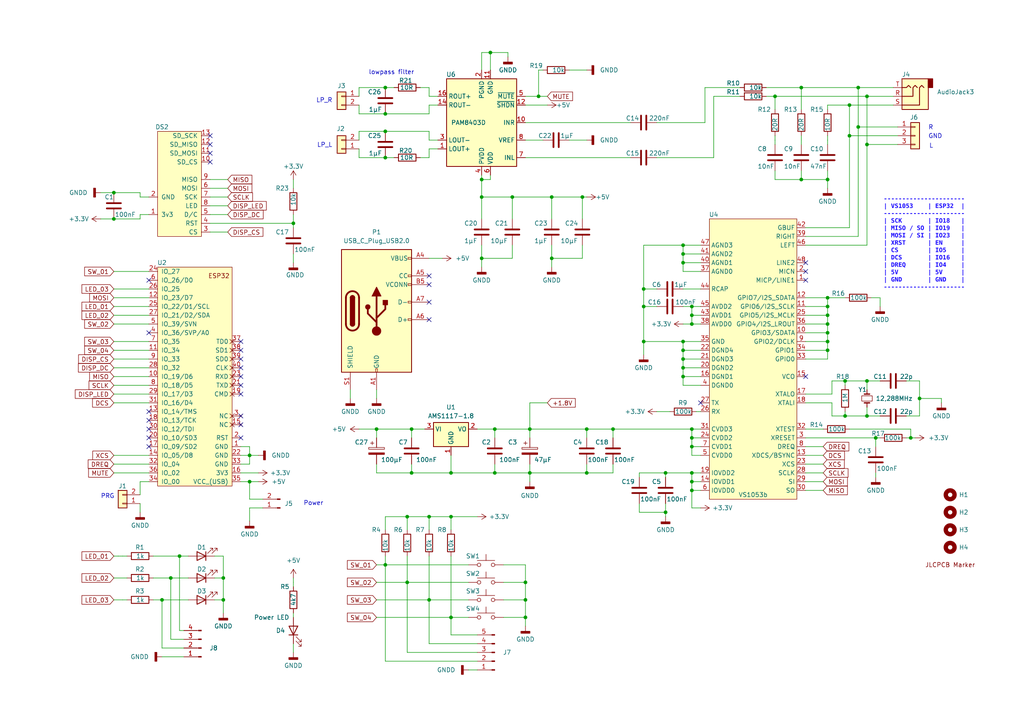
<source format=kicad_sch>
(kicad_sch (version 20231120) (generator "eeschema") (generator_version "8.0")
  (paper "A4")
  (title_block (title "WebRadio ESP32") (date "2024-05-26") (rev "1.2") (company "PSch"))
  (junction (at 200.66 88.9))
  (junction (at 232.41 52.07))
  (junction (at 224.79 27.94))
  (junction (at 240.03 52.07))
  (junction (at 198.12 109.22))
  (junction (at 248.92 36.83))
  (junction (at 200.66 91.44))
  (junction (at 111.76 25.4))
  (junction (at 72.39 139.7))
  (junction (at 177.8 124.46))
  (junction (at 119.38 137.16))
  (junction (at 52.07 161.29))
  (junction (at 240.03 86.36))
  (junction (at 152.4 179.07))
  (junction (at 124.46 149.86))
  (junction (at 198.12 99.06))
  (junction (at 168.91 57.15))
  (junction (at 111.76 38.1))
  (junction (at 193.04 137.16))
  (junction (at 111.76 33.02))
  (junction (at 240.03 88.9))
  (junction (at 152.4 173.99))
  (junction (at 193.04 148.59))
  (junction (at 245.11 120.65))
  (junction (at 186.69 88.9))
  (junction (at 198.12 71.12))
  (junction (at 240.03 93.98))
  (junction (at 153.67 124.46))
  (junction (at 198.12 106.68))
  (junction (at 245.11 110.49))
  (junction (at 130.81 137.16))
  (junction (at 251.46 120.65))
  (junction (at 49.53 167.64))
  (junction (at 152.4 168.91))
  (junction (at 246.38 30.48))
  (junction (at 200.66 137.16))
  (junction (at 200.66 129.54))
  (junction (at 198.12 76.2))
  (junction (at 118.11 149.86))
  (junction (at 143.51 124.46))
  (junction (at 64.77 167.64))
  (junction (at 124.46 173.99))
  (junction (at 240.03 99.06))
  (junction (at 156.21 27.94))
  (junction (at 72.39 132.08))
  (junction (at 198.12 104.14))
  (junction (at 130.81 179.07))
  (junction (at 111.76 45.72))
  (junction (at 200.66 142.24))
  (junction (at 33.02 55.88))
  (junction (at 142.24 15.24))
  (junction (at 64.77 173.99))
  (junction (at 186.69 99.06))
  (junction (at 139.7 74.93))
  (junction (at 153.67 137.16))
  (junction (at 118.11 168.91))
  (junction (at 111.76 163.83))
  (junction (at 240.03 96.52))
  (junction (at 143.51 137.16))
  (junction (at 85.09 64.77))
  (junction (at 148.59 57.15))
  (junction (at 251.46 41.91))
  (junction (at 139.7 52.07))
  (junction (at 264.16 127))
  (junction (at 246.38 39.37))
  (junction (at 200.66 127))
  (junction (at 251.46 110.49))
  (junction (at 170.18 137.16))
  (junction (at 130.81 149.86))
  (junction (at 198.12 73.66))
  (junction (at 200.66 93.98))
  (junction (at 232.41 25.4))
  (junction (at 240.03 101.6))
  (junction (at 251.46 27.94))
  (junction (at 254 127))
  (junction (at 200.66 124.46))
  (junction (at 266.7 115.57))
  (junction (at 160.02 57.15))
  (junction (at 160.02 74.93))
  (junction (at 109.22 124.46))
  (junction (at 200.66 139.7))
  (junction (at 186.69 83.82))
  (junction (at 119.38 124.46))
  (junction (at 240.03 91.44))
  (junction (at 139.7 57.15))
  (junction (at 33.02 63.5))
  (junction (at 198.12 101.6))
  (junction (at 46.99 173.99))
  (junction (at 248.92 25.4))
  (junction (at 170.18 124.46))
  (no_connect (at 69.85 123.19))
  (no_connect (at 233.68 78.74))
  (no_connect (at 43.18 127))
  (no_connect (at 69.85 109.22))
  (no_connect (at 233.68 109.22))
  (no_connect (at 124.46 82.55))
  (no_connect (at 60.96 39.37))
  (no_connect (at 43.18 96.52))
  (no_connect (at 69.85 106.68))
  (no_connect (at 43.18 129.54))
  (no_connect (at 203.2 116.84))
  (no_connect (at 69.85 111.76))
  (no_connect (at 60.96 46.99))
  (no_connect (at 233.68 76.2))
  (no_connect (at 43.18 81.28))
  (no_connect (at 69.85 99.06))
  (no_connect (at 60.96 44.45))
  (no_connect (at 233.68 81.28))
  (no_connect (at 69.85 114.3))
  (no_connect (at 69.85 104.14))
  (no_connect (at 43.18 121.92))
  (no_connect (at 43.18 119.38))
  (no_connect (at 43.18 124.46))
  (no_connect (at 69.85 127))
  (no_connect (at 124.46 92.71))
  (no_connect (at 69.85 101.6))
  (no_connect (at 124.46 87.63))
  (no_connect (at 69.85 120.65))
  (no_connect (at 124.46 80.01))
  (no_connect (at 60.96 41.91))
  (wire (pts (xy 33.02 93.98) (xy 43.18 93.98)))
  (wire (pts (xy 156.21 27.94) (xy 158.75 27.94)))
  (wire (pts (xy 118.11 149.86) (xy 118.11 153.67)))
  (wire (pts (xy 85.09 168.91) (xy 85.09 170.18)))
  (wire (pts (xy 246.38 30.48) (xy 259.08 30.48)))
  (wire (pts (xy 160.02 63.5) (xy 160.02 57.15)))
  (wire (pts (xy 200.66 129.54) (xy 203.2 129.54)))
  (wire (pts (xy 46.99 190.5) (xy 53.34 190.5)))
  (wire (pts (xy 233.68 134.62) (xy 238.76 134.62)))
  (wire (pts (xy 33.02 88.9) (xy 43.18 88.9)))
  (wire (pts (xy 44.45 161.29) (xy 52.07 161.29)))
  (wire (pts (xy 33.02 99.06) (xy 43.18 99.06)))
  (wire (pts (xy 201.93 119.38) (xy 203.2 119.38)))
  (wire (pts (xy 119.38 124.46) (xy 123.19 124.46)))
  (wire (pts (xy 101.6 113.03) (xy 101.6 115.57)))
  (wire (pts (xy 60.96 67.31) (xy 66.04 67.31)))
  (wire (pts (xy 198.12 73.66) (xy 198.12 76.2)))
  (wire (pts (xy 233.68 142.24) (xy 238.76 142.24)))
  (wire (pts (xy 49.53 185.42) (xy 53.34 185.42)))
  (wire (pts (xy 170.18 124.46) (xy 177.8 124.46)))
  (wire (pts (xy 148.59 74.93) (xy 148.59 71.12)))
  (wire (pts (xy 60.96 54.61) (xy 66.04 54.61)))
  (wire (pts (xy 33.02 83.82) (xy 43.18 83.82)))
  (wire (pts (xy 109.22 134.62) (xy 109.22 137.16)))
  (wire (pts (xy 109.22 137.16) (xy 119.38 137.16)))
  (wire (pts (xy 111.76 163.83) (xy 135.89 163.83)))
  (wire (pts (xy 44.45 167.64) (xy 49.53 167.64)))
  (wire (pts (xy 240.03 101.6) (xy 240.03 99.06)))
  (wire (pts (xy 104.14 38.1) (xy 111.76 38.1)))
  (wire (pts (xy 168.91 57.15) (xy 168.91 63.5)))
  (wire (pts (xy 207.01 27.94) (xy 214.63 27.94)))
  (wire (pts (xy 104.14 33.02) (xy 104.14 30.48)))
  (wire (pts (xy 69.85 129.54) (xy 72.39 129.54)))
  (wire (pts (xy 69.85 134.62) (xy 72.39 134.62)))
  (wire (pts (xy 266.7 115.57) (xy 266.7 120.65)) (stroke (width 0.1524)))
  (wire (pts (xy 254 137.16) (xy 254 138.43)))
  (wire (pts (xy 177.8 127) (xy 177.8 124.46)))
  (wire (pts (xy 251.46 110.49) (xy 255.27 110.49)) (stroke (width 0.1524)))
  (wire (pts (xy 33.02 173.99) (xy 35.56 173.99)) (stroke (width 0.1524)))
  (wire (pts (xy 186.69 99.06) (xy 198.12 99.06)))
  (wire (pts (xy 33.02 91.44) (xy 43.18 91.44)))
  (wire (pts (xy 143.51 127) (xy 143.51 124.46)) (stroke (width 0.1524)))
  (wire (pts (xy 251.46 41.91) (xy 251.46 71.12)) (stroke (width 0.1524)))
  (wire (pts (xy 143.51 137.16) (xy 153.67 137.16)) (stroke (width 0.1524)))
  (wire (pts (xy 33.02 167.64) (xy 36.83 167.64)))
  (wire (pts (xy 121.92 45.72) (xy 124.46 45.72)))
  (wire (pts (xy 233.68 137.16) (xy 238.76 137.16)))
  (wire (pts (xy 193.04 137.16) (xy 200.66 137.16)))
  (wire (pts (xy 156.21 20.32) (xy 156.21 27.94)))
  (wire (pts (xy 153.67 124.46) (xy 153.67 127)) (stroke (width 0.1524)))
  (wire (pts (xy 241.3 110.49) (xy 245.11 110.49)) (stroke (width 0.1524)))
  (wire (pts (xy 224.79 52.07) (xy 232.41 52.07)) (stroke (width 0.1524)))
  (wire (pts (xy 198.12 88.9) (xy 200.66 88.9)))
  (wire (pts (xy 109.22 124.46) (xy 119.38 124.46)))
  (wire (pts (xy 85.09 186.69) (xy 85.09 189.23)) (stroke (width 0.1524)))
  (wire (pts (xy 186.69 88.9) (xy 186.69 83.82)))
  (wire (pts (xy 124.46 173.99) (xy 135.89 173.99)))
  (wire (pts (xy 245.11 110.49) (xy 251.46 110.49)) (stroke (width 0.1524)))
  (wire (pts (xy 29.21 55.88) (xy 33.02 55.88)))
  (wire (pts (xy 198.12 101.6) (xy 203.2 101.6)))
  (wire (pts (xy 72.39 132.08) (xy 72.39 134.62)))
  (wire (pts (xy 142.24 15.24) (xy 142.24 20.32)))
  (wire (pts (xy 240.03 86.36) (xy 240.03 88.9)))
  (wire (pts (xy 33.02 78.74) (xy 43.18 78.74)))
  (wire (pts (xy 233.68 71.12) (xy 251.46 71.12)))
  (wire (pts (xy 60.96 59.69) (xy 66.04 59.69)))
  (wire (pts (xy 130.81 184.15) (xy 138.43 184.15)))
  (wire (pts (xy 33.02 104.14) (xy 43.18 104.14)))
  (wire (pts (xy 190.5 35.56) (xy 204.47 35.56)))
  (wire (pts (xy 198.12 106.68) (xy 198.12 109.22)))
  (wire (pts (xy 248.92 25.4) (xy 248.92 36.83)) (stroke (width 0.1524)))
  (wire (pts (xy 200.66 91.44) (xy 200.66 88.9)))
  (wire (pts (xy 198.12 106.68) (xy 203.2 106.68)))
  (wire (pts (xy 46.99 187.96) (xy 53.34 187.96)))
  (wire (pts (xy 52.07 161.29) (xy 52.07 182.88)))
  (wire (pts (xy 29.21 63.5) (xy 33.02 63.5)))
  (wire (pts (xy 69.85 137.16) (xy 74.93 137.16)))
  (wire (pts (xy 160.02 71.12) (xy 160.02 74.93)))
  (wire (pts (xy 152.4 179.07) (xy 152.4 181.61)))
  (wire (pts (xy 203.2 142.24) (xy 200.66 142.24)))
  (wire (pts (xy 190.5 88.9) (xy 186.69 88.9)))
  (wire (pts (xy 157.48 20.32) (xy 156.21 20.32)))
  (wire (pts (xy 109.22 124.46) (xy 109.22 127)))
  (wire (pts (xy 248.92 36.83) (xy 248.92 68.58)) (stroke (width 0.1524)))
  (wire (pts (xy 240.03 30.48) (xy 246.38 30.48)))
  (wire (pts (xy 119.38 124.46) (xy 119.38 127)))
  (wire (pts (xy 33.02 109.22) (xy 43.18 109.22)))
  (wire (pts (xy 240.03 93.98) (xy 240.03 96.52)))
  (wire (pts (xy 240.03 104.14) (xy 240.03 101.6)))
  (wire (pts (xy 233.68 91.44) (xy 240.03 91.44)))
  (wire (pts (xy 266.7 115.57) (xy 273.05 115.57)))
  (wire (pts (xy 224.79 27.94) (xy 251.46 27.94)) (stroke (width 0.1524)))
  (wire (pts (xy 35.56 161.29) (xy 36.83 161.29)))
  (wire (pts (xy 245.11 120.65) (xy 251.46 120.65)) (stroke (width 0.1524)))
  (wire (pts (xy 72.39 147.32) (xy 76.2 147.32)))
  (wire (pts (xy 233.68 114.3) (xy 241.3 114.3)))
  (wire (pts (xy 264.16 124.46) (xy 264.16 127)))
  (wire (pts (xy 200.66 124.46) (xy 203.2 124.46)))
  (wire (pts (xy 200.66 137.16) (xy 203.2 137.16)))
  (wire (pts (xy 153.67 137.16) (xy 153.67 139.7)))
  (wire (pts (xy 241.3 120.65) (xy 245.11 120.65)) (stroke (width 0.1524)))
  (wire (pts (xy 203.2 71.12) (xy 198.12 71.12)))
  (wire (pts (xy 130.81 153.67) (xy 130.81 149.86)))
  (wire (pts (xy 170.18 127) (xy 170.18 124.46)))
  (wire (pts (xy 186.69 71.12) (xy 198.12 71.12)))
  (wire (pts (xy 109.22 179.07) (xy 130.81 179.07)))
  (wire (pts (xy 60.96 57.15) (xy 66.04 57.15)))
  (wire (pts (xy 193.04 149.86) (xy 193.04 148.59)))
  (wire (pts (xy 153.67 137.16) (xy 170.18 137.16)))
  (wire (pts (xy 152.4 173.99) (xy 152.4 179.07)))
  (wire (pts (xy 33.02 137.16) (xy 43.18 137.16)))
  (wire (pts (xy 33.02 116.84) (xy 43.18 116.84)))
  (wire (pts (xy 233.68 124.46) (xy 238.76 124.46)))
  (wire (pts (xy 72.39 132.08) (xy 74.93 132.08)))
  (wire (pts (xy 224.79 49.53) (xy 224.79 52.07)) (stroke (width 0.1524)))
  (wire (pts (xy 33.02 101.6) (xy 43.18 101.6)))
  (wire (pts (xy 33.02 86.36) (xy 43.18 86.36)))
  (wire (pts (xy 198.12 73.66) (xy 203.2 73.66)))
  (wire (pts (xy 203.2 93.98) (xy 200.66 93.98)))
  (wire (pts (xy 34.29 161.29) (xy 35.56 161.29)) (stroke (width 0.1524)))
  (wire (pts (xy 44.45 173.99) (xy 46.99 173.99)))
  (wire (pts (xy 52.07 161.29) (xy 54.61 161.29)))
  (wire (pts (xy 262.89 110.49) (xy 266.7 110.49)) (stroke (width 0.1524)))
  (wire (pts (xy 246.38 39.37) (xy 246.38 66.04)))
  (wire (pts (xy 233.68 132.08) (xy 238.76 132.08)))
  (wire (pts (xy 265.43 127) (xy 264.16 127)))
  (wire (pts (xy 198.12 104.14) (xy 203.2 104.14)))
  (wire (pts (xy 62.23 173.99) (xy 64.77 173.99)) (stroke (width 0.1524)))
  (wire (pts (xy 111.76 153.67) (xy 111.76 149.86)))
  (wire (pts (xy 186.69 71.12) (xy 186.69 83.82)))
  (wire (pts (xy 69.85 132.08) (xy 72.39 132.08)))
  (wire (pts (xy 198.12 71.12) (xy 198.12 73.66)))
  (wire (pts (xy 266.7 120.65) (xy 262.89 120.65)) (stroke (width 0.1524)))
  (wire (pts (xy 200.66 93.98) (xy 200.66 91.44)))
  (wire (pts (xy 233.68 66.04) (xy 246.38 66.04)))
  (wire (pts (xy 111.76 191.77) (xy 111.76 163.83)))
  (wire (pts (xy 245.11 119.38) (xy 245.11 120.65)) (stroke (width 0.1524)))
  (wire (pts (xy 130.81 149.86) (xy 124.46 149.86)))
  (wire (pts (xy 152.4 40.64) (xy 157.48 40.64)))
  (wire (pts (xy 119.38 137.16) (xy 130.81 137.16)))
  (wire (pts (xy 222.25 25.4) (xy 232.41 25.4)))
  (wire (pts (xy 139.7 57.15) (xy 139.7 63.5)))
  (wire (pts (xy 72.39 139.7) (xy 74.93 139.7)))
  (wire (pts (xy 139.7 50.8) (xy 139.7 52.07)))
  (wire (pts (xy 200.66 91.44) (xy 203.2 91.44)))
  (wire (pts (xy 148.59 57.15) (xy 160.02 57.15)))
  (wire (pts (xy 139.7 74.93) (xy 139.7 77.47)))
  (wire (pts (xy 109.22 113.03) (xy 109.22 115.57)))
  (wire (pts (xy 139.7 57.15) (xy 148.59 57.15)))
  (wire (pts (xy 246.38 39.37) (xy 260.35 39.37)))
  (wire (pts (xy 85.09 64.77) (xy 85.09 66.04)))
  (wire (pts (xy 152.4 173.99) (xy 152.4 168.91)))
  (wire (pts (xy 240.03 88.9) (xy 240.03 91.44)))
  (wire (pts (xy 40.64 143.51) (xy 40.64 139.7)))
  (wire (pts (xy 85.09 52.07) (xy 85.09 54.61)))
  (wire (pts (xy 130.81 179.07) (xy 135.89 179.07)))
  (wire (pts (xy 200.66 139.7) (xy 203.2 139.7)))
  (wire (pts (xy 60.96 64.77) (xy 85.09 64.77)))
  (wire (pts (xy 198.12 76.2) (xy 203.2 76.2)))
  (wire (pts (xy 111.76 161.29) (xy 111.76 163.83)))
  (wire (pts (xy 33.02 114.3) (xy 43.18 114.3)))
  (wire (pts (xy 153.67 124.46) (xy 170.18 124.46)) (stroke (width 0.1524)))
  (wire (pts (xy 124.46 27.94) (xy 127 27.94)))
  (wire (pts (xy 153.67 116.84) (xy 153.67 124.46)))
  (wire (pts (xy 240.03 40.64) (xy 240.03 41.91)) (stroke (width 0.1524)))
  (wire (pts (xy 152.4 30.48) (xy 158.75 30.48)))
  (wire (pts (xy 198.12 99.06) (xy 198.12 101.6)))
  (wire (pts (xy 142.24 15.24) (xy 147.32 15.24)))
  (wire (pts (xy 62.23 167.64) (xy 64.77 167.64)))
  (wire (pts (xy 85.09 167.64) (xy 85.09 168.91)) (stroke (width 0.1524)))
  (wire (pts (xy 124.46 161.29) (xy 124.46 173.99)))
  (wire (pts (xy 124.46 45.72) (xy 124.46 43.18)))
  (wire (pts (xy 146.05 168.91) (xy 152.4 168.91)))
  (wire (pts (xy 198.12 76.2) (xy 198.12 78.74)))
  (wire (pts (xy 46.99 173.99) (xy 54.61 173.99)))
  (wire (pts (xy 190.5 45.72) (xy 207.01 45.72)))
  (wire (pts (xy 186.69 99.06) (xy 186.69 88.9)))
  (wire (pts (xy 72.39 129.54) (xy 72.39 132.08)))
  (wire (pts (xy 124.46 38.1) (xy 111.76 38.1)))
  (wire (pts (xy 204.47 35.56) (xy 204.47 25.4)))
  (wire (pts (xy 153.67 137.16) (xy 153.67 134.62)) (stroke (width 0.1524)))
  (wire (pts (xy 240.03 39.37) (xy 240.03 40.64)))
  (wire (pts (xy 233.68 139.7) (xy 238.76 139.7)))
  (wire (pts (xy 198.12 83.82) (xy 203.2 83.82)))
  (wire (pts (xy 104.14 25.4) (xy 111.76 25.4)))
  (wire (pts (xy 190.5 119.38) (xy 194.31 119.38)))
  (wire (pts (xy 233.68 88.9) (xy 240.03 88.9)))
  (wire (pts (xy 152.4 35.56) (xy 182.88 35.56)))
  (wire (pts (xy 186.69 83.82) (xy 190.5 83.82)))
  (wire (pts (xy 224.79 40.64) (xy 224.79 41.91)) (stroke (width 0.1524)))
  (wire (pts (xy 240.03 52.07) (xy 232.41 52.07)) (stroke (width 0.1524)))
  (wire (pts (xy 139.7 20.32) (xy 139.7 15.24)))
  (wire (pts (xy 207.01 45.72) (xy 207.01 27.94)))
  (wire (pts (xy 240.03 86.36) (xy 245.11 86.36)))
  (wire (pts (xy 111.76 25.4) (xy 114.3 25.4)))
  (wire (pts (xy 165.1 40.64) (xy 170.18 40.64)))
  (wire (pts (xy 104.14 124.46) (xy 109.22 124.46)))
  (wire (pts (xy 62.23 161.29) (xy 64.77 161.29)) (stroke (width 0.1524)))
  (wire (pts (xy 152.4 45.72) (xy 182.88 45.72)))
  (wire (pts (xy 33.02 106.68) (xy 43.18 106.68)))
  (wire (pts (xy 104.14 40.64) (xy 104.14 38.1)))
  (wire (pts (xy 130.81 161.29) (xy 130.81 179.07)))
  (wire (pts (xy 118.11 168.91) (xy 135.89 168.91)))
  (wire (pts (xy 139.7 52.07) (xy 139.7 57.15)))
  (wire (pts (xy 142.24 52.07) (xy 139.7 52.07)))
  (wire (pts (xy 46.99 187.96) (xy 46.99 173.99)))
  (wire (pts (xy 76.2 144.78) (xy 72.39 144.78)))
  (wire (pts (xy 130.81 179.07) (xy 130.81 184.15)))
  (wire (pts (xy 198.12 109.22) (xy 198.12 111.76)))
  (wire (pts (xy 198.12 111.76) (xy 203.2 111.76)))
  (wire (pts (xy 160.02 57.15) (xy 168.91 57.15)))
  (wire (pts (xy 251.46 120.65) (xy 255.27 120.65)) (stroke (width 0.1524)))
  (wire (pts (xy 233.68 99.06) (xy 240.03 99.06)))
  (wire (pts (xy 255.27 86.36) (xy 255.27 88.9)))
  (wire (pts (xy 233.68 116.84) (xy 241.3 116.84)) (stroke (width 0.1524)))
  (wire (pts (xy 139.7 15.24) (xy 142.24 15.24)))
  (wire (pts (xy 185.42 138.43) (xy 185.42 137.16)))
  (wire (pts (xy 152.4 163.83) (xy 152.4 168.91)))
  (wire (pts (xy 251.46 41.91) (xy 260.35 41.91)))
  (wire (pts (xy 143.51 134.62) (xy 143.51 137.16)) (stroke (width 0.1524)))
  (wire (pts (xy 198.12 78.74) (xy 203.2 78.74)))
  (wire (pts (xy 60.96 62.23) (xy 66.04 62.23)))
  (wire (pts (xy 121.92 25.4) (xy 124.46 25.4)))
  (wire (pts (xy 224.79 27.94) (xy 224.79 31.75)) (stroke (width 0.1524)))
  (wire (pts (xy 240.03 30.48) (xy 240.03 31.75)) (stroke (width 0.1524)))
  (wire (pts (xy 198.12 104.14) (xy 198.12 106.68)))
  (wire (pts (xy 185.42 148.59) (xy 193.04 148.59)))
  (wire (pts (xy 241.3 110.49) (xy 241.3 114.3)))
  (wire (pts (xy 240.03 49.53) (xy 240.03 52.07)) (stroke (width 0.1524)))
  (wire (pts (xy 245.11 110.49) (xy 245.11 111.76)) (stroke (width 0.1524)))
  (wire (pts (xy 233.68 101.6) (xy 240.03 101.6)))
  (wire (pts (xy 40.64 57.15) (xy 40.64 55.88)))
  (wire (pts (xy 109.22 163.83) (xy 111.76 163.83)))
  (wire (pts (xy 240.03 91.44) (xy 240.03 93.98)))
  (wire (pts (xy 33.02 134.62) (xy 43.18 134.62)))
  (wire (pts (xy 177.8 137.16) (xy 170.18 137.16)))
  (wire (pts (xy 185.42 137.16) (xy 193.04 137.16)))
  (wire (pts (xy 177.8 124.46) (xy 200.66 124.46)))
  (wire (pts (xy 40.64 55.88) (xy 33.02 55.88)))
  (wire (pts (xy 200.66 124.46) (xy 200.66 127)))
  (wire (pts (xy 168.91 57.15) (xy 170.18 57.15)))
  (wire (pts (xy 33.02 161.29) (xy 34.29 161.29)))
  (wire (pts (xy 64.77 173.99) (xy 64.77 167.64)) (stroke (width 0.1524)))
  (wire (pts (xy 111.76 33.02) (xy 124.46 33.02)))
  (wire (pts (xy 142.24 50.8) (xy 142.24 52.07)))
  (wire (pts (xy 33.02 132.08) (xy 43.18 132.08)))
  (wire (pts (xy 251.46 110.49) (xy 251.46 113.03)))
  (wire (pts (xy 124.46 74.93) (xy 128.27 74.93)))
  (wire (pts (xy 33.02 111.76) (xy 43.18 111.76)))
  (wire (pts (xy 251.46 27.94) (xy 259.08 27.94)) (stroke (width 0.1524)))
  (wire (pts (xy 168.91 74.93) (xy 168.91 71.12)))
  (wire (pts (xy 200.66 142.24) (xy 200.66 139.7)))
  (wire (pts (xy 152.4 27.94) (xy 156.21 27.94)))
  (wire (pts (xy 130.81 149.86) (xy 138.43 149.86)))
  (wire (pts (xy 85.09 73.66) (xy 85.09 76.2)))
  (wire (pts (xy 177.8 134.62) (xy 177.8 137.16)))
  (wire (pts (xy 160.02 74.93) (xy 160.02 77.47)))
  (wire (pts (xy 203.2 99.06) (xy 198.12 99.06)))
  (wire (pts (xy 146.05 163.83) (xy 152.4 163.83)))
  (wire (pts (xy 254 127) (xy 254 129.54)))
  (wire (pts (xy 266.7 110.49) (xy 266.7 115.57)) (stroke (width 0.1524)))
  (wire (pts (xy 158.75 116.84) (xy 153.67 116.84)))
  (wire (pts (xy 200.66 129.54) (xy 200.66 132.08)))
  (wire (pts (xy 203.2 147.32) (xy 200.66 147.32)))
  (wire (pts (xy 204.47 25.4) (xy 214.63 25.4)))
  (wire (pts (xy 69.85 139.7) (xy 72.39 139.7)))
  (wire (pts (xy 160.02 74.93) (xy 168.91 74.93)))
  (wire (pts (xy 232.41 41.91) (xy 232.41 40.64)) (stroke (width 0.1524)))
  (wire (pts (xy 124.46 186.69) (xy 138.43 186.69)))
  (wire (pts (xy 124.46 25.4) (xy 124.46 27.94)))
  (wire (pts (xy 138.43 124.46) (xy 143.51 124.46)) (stroke (width 0.1524)))
  (wire (pts (xy 40.64 146.05) (xy 40.64 148.59)))
  (wire (pts (xy 72.39 144.78) (xy 72.39 139.7)))
  (wire (pts (xy 251.46 27.94) (xy 251.46 41.91)) (stroke (width 0.1524)))
  (wire (pts (xy 104.14 45.72) (xy 111.76 45.72)))
  (wire (pts (xy 246.38 124.46) (xy 264.16 124.46)))
  (wire (pts (xy 130.81 132.08) (xy 130.81 137.16)))
  (wire (pts (xy 224.79 39.37) (xy 224.79 40.64)))
  (wire (pts (xy 193.04 146.05) (xy 193.04 148.59)))
  (wire (pts (xy 118.11 189.23) (xy 138.43 189.23)))
  (wire (pts (xy 198.12 109.22) (xy 203.2 109.22)))
  (wire (pts (xy 232.41 25.4) (xy 232.41 31.75)) (stroke (width 0.1524)))
  (wire (pts (xy 64.77 167.64) (xy 64.77 161.29)) (stroke (width 0.1524)))
  (wire (pts (xy 198.12 93.98) (xy 200.66 93.98)))
  (wire (pts (xy 72.39 151.13) (xy 72.39 147.32)))
  (wire (pts (xy 222.25 27.94) (xy 224.79 27.94)))
  (wire (pts (xy 124.46 40.64) (xy 124.46 38.1)))
  (wire (pts (xy 118.11 161.29) (xy 118.11 168.91)))
  (wire (pts (xy 104.14 43.18) (xy 104.14 45.72)))
  (wire (pts (xy 85.09 177.8) (xy 85.09 179.07)))
  (wire (pts (xy 124.46 149.86) (xy 118.11 149.86)))
  (wire (pts (xy 186.69 99.06) (xy 186.69 102.87)))
  (wire (pts (xy 127 40.64) (xy 124.46 40.64)))
  (wire (pts (xy 49.53 185.42) (xy 49.53 167.64)))
  (wire (pts (xy 240.03 96.52) (xy 240.03 99.06)))
  (wire (pts (xy 111.76 191.77) (xy 138.43 191.77)))
  (wire (pts (xy 124.46 186.69) (xy 124.46 173.99)))
  (wire (pts (xy 104.14 25.4) (xy 104.14 27.94)))
  (wire (pts (xy 124.46 153.67) (xy 124.46 149.86)))
  (wire (pts (xy 124.46 30.48) (xy 124.46 33.02)))
  (wire (pts (xy 233.68 127) (xy 254 127)))
  (wire (pts (xy 64.77 173.99) (xy 64.77 177.8)))
  (wire (pts (xy 52.07 182.88) (xy 53.34 182.88)))
  (wire (pts (xy 232.41 52.07) (xy 232.41 49.53)) (stroke (width 0.1524)))
  (wire (pts (xy 146.05 179.07) (xy 152.4 179.07)))
  (wire (pts (xy 233.68 93.98) (xy 240.03 93.98)))
  (wire (pts (xy 185.42 146.05) (xy 185.42 148.59)))
  (wire (pts (xy 200.66 147.32) (xy 200.66 142.24)))
  (wire (pts (xy 233.68 104.14) (xy 240.03 104.14)))
  (wire (pts (xy 60.96 52.07) (xy 66.04 52.07)))
  (wire (pts (xy 233.68 86.36) (xy 240.03 86.36)))
  (wire (pts (xy 118.11 189.23) (xy 118.11 168.91)))
  (wire (pts (xy 165.1 20.32) (xy 170.18 20.32)))
  (wire (pts (xy 170.18 134.62) (xy 170.18 137.16)))
  (wire (pts (xy 246.38 30.48) (xy 246.38 39.37)))
  (wire (pts (xy 124.46 30.48) (xy 127 30.48)))
  (wire (pts (xy 147.32 15.24) (xy 147.32 16.51)))
  (wire (pts (xy 251.46 118.11) (xy 251.46 120.65)))
  (wire (pts (xy 111.76 45.72) (xy 114.3 45.72)))
  (wire (pts (xy 109.22 168.91) (xy 118.11 168.91)))
  (wire (pts (xy 200.66 139.7) (xy 200.66 137.16)))
  (wire (pts (xy 40.64 62.23) (xy 40.64 63.5)))
  (wire (pts (xy 248.92 36.83) (xy 260.35 36.83)))
  (wire (pts (xy 135.89 194.31) (xy 138.43 194.31)))
  (wire (pts (xy 252.73 86.36) (xy 255.27 86.36)))
  (wire (pts (xy 35.56 173.99) (xy 36.83 173.99)))
  (wire (pts (xy 240.03 52.07) (xy 240.03 54.61)))
  (wire (pts (xy 104.14 33.02) (xy 111.76 33.02)))
  (wire (pts (xy 139.7 74.93) (xy 148.59 74.93)))
  (wire (pts (xy 200.66 88.9) (xy 203.2 88.9)))
  (wire (pts (xy 232.41 39.37) (xy 232.41 40.64)))
  (wire (pts (xy 85.09 64.77) (xy 85.09 62.23)))
  (wire (pts (xy 241.3 116.84) (xy 241.3 120.65)) (stroke (width 0.1524)))
  (wire (pts (xy 43.18 57.15) (xy 40.64 57.15)))
  (wire (pts (xy 233.68 96.52) (xy 240.03 96.52)))
  (wire (pts (xy 119.38 134.62) (xy 119.38 137.16)))
  (wire (pts (xy 200.66 127) (xy 200.66 129.54)))
  (wire (pts (xy 43.18 62.23) (xy 40.64 62.23)))
  (wire (pts (xy 248.92 25.4) (xy 259.08 25.4)) (stroke (width 0.1524)))
  (wire (pts (xy 124.46 43.18) (xy 127 43.18)))
  (wire (pts (xy 193.04 138.43) (xy 193.04 137.16)))
  (wire (pts (xy 146.05 173.99) (xy 152.4 173.99)))
  (wire (pts (xy 143.51 124.46) (xy 153.67 124.46)) (stroke (width 0.1524)))
  (wire (pts (xy 40.64 139.7) (xy 43.18 139.7)))
  (wire (pts (xy 200.66 127) (xy 203.2 127)))
  (wire (pts (xy 232.41 25.4) (xy 248.92 25.4)) (stroke (width 0.1524)))
  (wire (pts (xy 273.05 116.84) (xy 273.05 115.57)))
  (wire (pts (xy 233.68 129.54) (xy 238.76 129.54)))
  (wire (pts (xy 233.68 68.58) (xy 248.92 68.58)))
  (wire (pts (xy 111.76 149.86) (xy 118.11 149.86)))
  (wire (pts (xy 130.81 137.16) (xy 143.51 137.16)) (stroke (width 0.1524)))
  (wire (pts (xy 109.22 173.99) (xy 124.46 173.99)))
  (wire (pts (xy 254 127) (xy 255.27 127)))
  (wire (pts (xy 139.7 71.12) (xy 139.7 74.93)))
  (wire (pts (xy 198.12 101.6) (xy 198.12 104.14)))
  (wire (pts (xy 40.64 63.5) (xy 33.02 63.5)))
  (wire (pts (xy 200.66 132.08) (xy 203.2 132.08)))
  (wire (pts (xy 264.16 127) (xy 262.89 127)))
  (wire (pts (xy 49.53 167.64) (xy 54.61 167.64)))
  (wire (pts (xy 148.59 57.15) (xy 148.59 63.5)))
  (text "PRG" (at 29.21 144.78 0) (effects (font (size 1.27 1.27)) (justify left bottom)))
  (text "R" (at 269.24 37.084 0) (effects (font (size 1.27 1.27)) (justify left)))
  (text "LP_L" (at 91.948 42.926 0) (effects (font (size 1.27 1.27)) (justify left bottom)))
  (text "L" (at 269.494 42.418 0) (effects (font (size 1.27 1.27)) (justify left)))
  (text "LP_R" (at 91.694 29.972 0) (effects (font (size 1.27 1.27)) (justify left bottom)))
  (text "Power" (at 90.932 146.05 0) (effects (font (size 1.27 1.27))))
  (text "GND" (at 269.24 39.624 0) (effects (font (size 1.27 1.27)) (justify left)))
  (text "----------------------\n| VS1053    | ESP32  |\n----------------------\n| SCK       | IO18   |\n| MISO / SO | IO19   |\n| MOSI / SI | IO23   |\n| XRST      | EN     |\n| CS        | IO5    |\n| DCS       | IO16   |\n| DREQ      | IO4    |\n| 5V        | 5V     |\n| GND       | GND    |\n----------------------" (at 256.286 84.582 0) (effects (font (size 1.27 1.27) (thickness 0.254) (bold yes)) (justify left bottom)))
  (text "lowpass filter" (at 113.538 21.082 0) (effects (font (size 1.27 1.27))))
  (global_label "DISP_LED" (shape input) (at 33.02 114.3 180) (property "Intersheetrefs" "${INTERSHEET_REFS}" (effects (hide yes))))
  (global_label "LED_02" (shape input) (at 33.02 91.44 180) (property "Intersheetrefs" "${INTERSHEET_REFS}" (effects (hide yes))))
  (global_label "XCS" (shape input) (at 238.76 134.62 0) (property "Intersheetrefs" "${INTERSHEET_REFS}" (effects (hide yes))))
  (global_label "DREQ" (shape input) (at 238.76 129.54 0) (property "Intersheetrefs" "${INTERSHEET_REFS}" (effects (hide yes))))
  (global_label "MOSI" (shape input) (at 238.76 139.7 0) (property "Intersheetrefs" "${INTERSHEET_REFS}" (effects (hide yes))))
  (global_label "SW_03" (shape input) (at 109.22 173.99 180) (property "Intersheetrefs" "${INTERSHEET_REFS}" (effects (hide yes))))
  (global_label "DCS" (shape input) (at 33.02 116.84 180) (property "Intersheetrefs" "${INTERSHEET_REFS}" (effects (hide yes))))
  (global_label "SW_04" (shape input) (at 109.22 179.07 180) (property "Intersheetrefs" "${INTERSHEET_REFS}" (effects (hide yes))))
  (global_label "LED_03" (shape input) (at 33.02 83.82 180) (property "Intersheetrefs" "${INTERSHEET_REFS}" (effects (hide yes))))
  (global_label "+1.8V" (shape input) (at 158.75 116.84 0) (property "Intersheetrefs" "${INTERSHEET_REFS}" (effects (hide yes))))
  (global_label "DISP_DC" (shape input) (at 33.02 106.68 180) (property "Intersheetrefs" "${INTERSHEET_REFS}" (effects (hide yes))))
  (global_label "DISP_LED" (shape input) (at 66.04 59.69 0) (property "Intersheetrefs" "${INTERSHEET_REFS}" (effects (hide yes))))
  (global_label "SW_03" (shape input) (at 33.02 99.06 180) (property "Intersheetrefs" "${INTERSHEET_REFS}" (effects (hide yes))))
  (global_label "SW_02" (shape input) (at 109.22 168.91 180) (property "Intersheetrefs" "${INTERSHEET_REFS}" (effects (hide yes))))
  (global_label "MOSI" (shape input) (at 66.04 54.61 0) (property "Intersheetrefs" "${INTERSHEET_REFS}" (effects (hide yes))))
  (global_label "DISP_CS" (shape input) (at 66.04 67.31 0) (property "Intersheetrefs" "${INTERSHEET_REFS}" (effects (hide yes))))
  (global_label "SW_02" (shape input) (at 33.02 93.98 180) (property "Intersheetrefs" "${INTERSHEET_REFS}" (effects (hide yes))))
  (global_label "LED_02" (shape input) (at 33.02 167.64 180) (property "Intersheetrefs" "${INTERSHEET_REFS}" (effects (hide yes))))
  (global_label "SW_01" (shape input) (at 33.02 78.74 180) (property "Intersheetrefs" "${INTERSHEET_REFS}" (effects (hide yes))))
  (global_label "LED_01" (shape input) (at 33.02 161.29 180) (property "Intersheetrefs" "${INTERSHEET_REFS}" (effects (hide yes))))
  (global_label "SW_04" (shape input) (at 33.02 101.6 180) (property "Intersheetrefs" "${INTERSHEET_REFS}" (effects (hide yes))))
  (global_label "LED_03" (shape input) (at 33.02 173.99 180) (property "Intersheetrefs" "${INTERSHEET_REFS}" (effects (hide yes))))
  (global_label "MISO" (shape input) (at 238.76 142.24 0) (property "Intersheetrefs" "${INTERSHEET_REFS}" (effects (hide yes))))
  (global_label "DCS" (shape input) (at 238.76 132.08 0) (property "Intersheetrefs" "${INTERSHEET_REFS}" (effects (hide yes))))
  (global_label "SW_01" (shape input) (at 109.22 163.83 180) (property "Intersheetrefs" "${INTERSHEET_REFS}" (effects (hide yes))))
  (global_label "MUTE" (shape input) (at 33.02 137.16 180) (property "Intersheetrefs" "${INTERSHEET_REFS}" (effects (hide yes))))
  (global_label "DISP_CS" (shape input) (at 33.02 104.14 180) (property "Intersheetrefs" "${INTERSHEET_REFS}" (effects (hide yes))))
  (global_label "XCS" (shape input) (at 33.02 132.08 180) (property "Intersheetrefs" "${INTERSHEET_REFS}" (effects (hide yes))))
  (global_label "DISP_DC" (shape input) (at 66.04 62.23 0) (property "Intersheetrefs" "${INTERSHEET_REFS}" (effects (hide yes))))
  (global_label "MISO" (shape input) (at 66.04 52.07 0) (property "Intersheetrefs" "${INTERSHEET_REFS}" (effects (hide yes))))
  (global_label "SCLK" (shape input) (at 33.02 111.76 180) (property "Intersheetrefs" "${INTERSHEET_REFS}" (effects (hide yes))))
  (global_label "DREQ" (shape input) (at 33.02 134.62 180) (property "Intersheetrefs" "${INTERSHEET_REFS}" (effects (hide yes))))
  (global_label "SCLK" (shape input) (at 66.04 57.15 0) (property "Intersheetrefs" "${INTERSHEET_REFS}" (effects (hide yes))))
  (global_label "LED_01" (shape input) (at 33.02 88.9 180) (property "Intersheetrefs" "${INTERSHEET_REFS}" (effects (hide yes))))
  (global_label "SCLK" (shape input) (at 238.76 137.16 0) (property "Intersheetrefs" "${INTERSHEET_REFS}" (effects (hide yes))))
  (global_label "MOSI" (shape input) (at 33.02 86.36 180) (property "Intersheetrefs" "${INTERSHEET_REFS}" (effects (hide yes))))
  (global_label "MISO" (shape input) (at 33.02 109.22 180) (property "Intersheetrefs" "${INTERSHEET_REFS}" (effects (hide yes))))
  (global_label "MUTE" (shape input) (at 158.75 27.94 0) (property "Intersheetrefs" "${INTERSHEET_REFS}" (effects (hide yes))))
  (symbol (lib_id "Library:R") (at 118.11 157.48 0) (mirror y) (unit 1)
    (property "Reference" "R6" (at 116.84 153.67 0) (effects (justify left)))
    (property "Value" "10k" (at 118.11 160.02 90) (effects (justify left)))
    (property "Footprint" "Resistor_SMD:R_1206_3216Metric_Pad1.30x1.75mm_HandSolder" (effects (hide yes)))
    (property "Description" "Resistor" (effects (hide yes)))
  )
  (symbol (lib_id "Library:R") (at 198.12 119.38 90) (mirror x) (unit 1)
    (property "Reference" "R9" (at 199.39 116.84 90) (effects (justify left)))
    (property "Value" "100k" (at 200.66 119.38 90) (effects (justify left)))
    (property "Footprint" "Resistor_SMD:R_1206_3216Metric_Pad1.30x1.75mm_HandSolder" (effects (hide yes)))
    (property "Description" "Resistor" (effects (hide yes)))
  )
  (symbol (lib_id "Library:+5V") (at 170.18 57.15 270) (unit 1)
    (property "Reference" "#PWR023" (effects (hide yes)))
    (property "Value" "+5V" (at 172.72 57.15 90) (effects (justify left)))
  )
  (symbol (lib_id "Library:LED") (at 58.42 173.99 180) (unit 1)
    (property "Reference" "D3" (at 57.15 171.45 0) (effects (justify right)))
    (property "Value" "Power LED" (effects (hide yes)))
    (property "Footprint" "lib_psch:LED_D3.0mm_SMD" (effects (hide yes)))
    (property "Description" "Light emitting diode" (effects (hide yes)))
  )
  (symbol (lib_id "Connector:USB_C_Plug_USB2.0") (at 109.22 90.17 0) (unit 1)
    (property "Reference" "P1" (at 109.22 67.31 0))
    (property "Value" "USB_C_Plug_USB2.0" (at 109.22 69.85 0))
    (property "Footprint" "Connector_USB:USB_C_Receptacle_GCT_USB4125-xx-x_6P_TopMnt_Horizontal" (effects (hide yes)))
    (property "Datasheet" "https://www.usb.org/sites/default/files/documents/usb_type-c.zip" (effects (hide yes)))
    (property "Description" "USB 2.0-only Type-C Plug connector" (effects (hide yes)))
  )
  (symbol (lib_id "Library:C") (at 224.79 45.72 0) (unit 1)
    (property "Reference" "C8" (at 219.71 43.18 0) (effects (justify left)))
    (property "Value" "10nF" (at 219.71 48.26 0) (effects (justify left)))
    (property "Footprint" "Capacitor_SMD:C_1206_3216Metric_Pad1.33x1.80mm_HandSolder" (effects (hide yes)))
    (property "Description" "Unpolarized capacitor" (effects (hide yes)))
  )
  (symbol (lib_id "Library:GNDD") (at 109.22 115.57 0) (unit 1)
    (property "Reference" "#PWR021" (effects (hide yes)))
    (property "Value" "GNDD" (at 109.22 119.38 0))
  )
  (symbol (lib_id "Library:+5V") (at 104.14 124.46 90) (unit 1)
    (property "Reference" "#PWR01" (effects (hide yes)))
    (property "Value" "+5V" (at 100.33 124.4599 90) (effects (justify left)))
  )
  (symbol (lib_id "Library:C") (at 160.02 67.31 0) (unit 1)
    (property "Reference" "C23" (at 154.94 64.77 0) (effects (justify left)))
    (property "Value" "1µF" (at 154.94 69.85 0) (effects (justify left)))
    (property "Footprint" "Capacitor_SMD:C_1206_3216Metric_Pad1.33x1.80mm_HandSolder" (effects (hide yes)))
    (property "Description" "Unpolarized capacitor" (effects (hide yes)))
  )
  (symbol (lib_id "Library:TFT2.2_SPI_4P_SD") (at 52.07 59.69 180) (unit 1)
    (property "Reference" "DS2" (at 46.99 36.83 0))
    (property "Value" "TFT2.2_SPI_4P_SD" (effects (hide yes)))
    (property "Footprint" "psch:TFT2.2_SPI_4P_SD" (effects (hide yes)))
  )
  (symbol (lib_id "Library:GNDD") (at 46.99 190.5 270) (unit 1)
    (property "Reference" "#PWR038" (effects (hide yes)))
    (property "Value" "GNDD" (at 43.18 190.4999 90) (effects (justify right)))
  )
  (symbol (lib_id "Library:R") (at 224.79 35.56 0) (unit 1)
    (property "Reference" "R12" (at 219.71 31.75 0) (effects (justify left)))
    (property "Value" "20R" (at 224.79 38.1 90) (effects (justify left)))
    (property "Footprint" "Resistor_SMD:R_1206_3216Metric_Pad1.30x1.75mm_HandSolder" (effects (hide yes)))
    (property "Description" "Resistor" (effects (hide yes)))
  )
  (symbol (lib_id "Library:R") (at 245.11 115.57 0) (mirror y) (unit 1)
    (property "Reference" "R18" (at 246.38 109.22 0) (effects (justify left)))
    (property "Value" "1M" (at 245.11 116.84 90) (effects (justify left)))
    (property "Footprint" "Resistor_SMD:R_1206_3216Metric_Pad1.30x1.75mm_HandSolder" (effects (hide yes)))
    (property "Description" "Resistor" (effects (hide yes)))
  )
  (symbol (lib_id "Library:GNDD") (at 170.18 40.64 90) (unit 1)
    (property "Reference" "#PWR031" (effects (hide yes)))
    (property "Value" "GNDD" (at 173.99 40.64 90) (effects (justify right)))
  )
  (symbol (lib_id "Library:SW_Push") (at 140.97 168.91 0) (unit 1)
    (property "Reference" "SW2" (at 137.16 166.37 0))
    (property "Value" "SW_Push" (effects (hide yes)))
    (property "Footprint" "Button_Switch_THT:SW_PUSH_6mm" (effects (hide yes)))
    (property "Description" "Push button switch, generic, two pins" (effects (hide yes)))
  )
  (symbol (lib_id "Library:GNDD") (at 40.64 148.59 0) (unit 1)
    (property "Reference" "#PWR04" (effects (hide yes)))
    (property "Value" "GNDD" (at 40.64 152.4 0))
  )
  (symbol (lib_id "Library:R") (at 40.64 167.64 90) (unit 1)
    (property "Reference" "R2" (at 41.91 165.1 90) (effects (justify left)))
    (property "Value" "1k" (at 41.91 167.64 90) (effects (justify left)))
    (property "Footprint" "Resistor_SMD:R_1206_3216Metric_Pad1.30x1.75mm_HandSolder" (effects (hide yes)))
    (property "Description" "Resistor" (effects (hide yes)))
  )
  (symbol (lib_id "Library:GNDD") (at 152.4 181.61 0) (unit 1)
    (property "Reference" "#PWR014" (effects (hide yes)))
    (property "Value" "GNDD" (at 152.4 185.42 0))
  )
  (symbol (lib_id "Library:C") (at 119.38 130.81 0) (unit 1)
    (property "Reference" "C7" (at 115.57 128.27 0) (effects (justify left)))
    (property "Value" "100nF" (at 120.65 133.35 0) (effects (justify left)))
    (property "Footprint" "Capacitor_SMD:C_1206_3216Metric_Pad1.33x1.80mm_HandSolder" (effects (hide yes)))
    (property "Description" "Unpolarized capacitor" (effects (hide yes)))
  )
  (symbol (lib_id "Library:C") (at 186.69 35.56 90) (unit 1)
    (property "Reference" "C14" (at 185.42 34.29 90) (effects (justify left)))
    (property "Value" "220nF" (at 194.31 34.29 90) (effects (justify left)))
    (property "Footprint" "Capacitor_SMD:C_1206_3216Metric_Pad1.33x1.80mm_HandSolder" (effects (hide yes)))
    (property "Description" "Unpolarized capacitor" (effects (hide yes)))
  )
  (symbol (lib_id "Library:VS1053b") (at 218.44 129.54 180) (unit 1)
    (property "Reference" "U4" (at 207.01 62.23 0))
    (property "Value" "VS1053b" (at 218.44 143.51 0))
    (property "Footprint" "Package_QFP:LQFP-48_7x7mm_P0.5mm" (effects (hide yes)))
    (property "Datasheet" "https://www.vlsi.fi/fileadmin/datasheets/vs1053.pdf" (effects (hide yes)))
  )
  (symbol (lib_id "Library:GNDD") (at 101.6 115.57 0) (unit 1)
    (property "Reference" "#PWR07" (effects (hide yes)))
    (property "Value" "GNDD" (at 101.6 119.38 0))
  )
  (symbol (lib_id "Library:SW_Push") (at 140.97 163.83 0) (unit 1)
    (property "Reference" "SW1" (at 137.16 161.29 0))
    (property "Value" "SW_Push" (effects (hide yes)))
    (property "Footprint" "Button_Switch_THT:SW_PUSH_6mm" (effects (hide yes)))
    (property "Description" "Push button switch, generic, two pins" (effects (hide yes)))
  )
  (symbol (lib_id "Library:R") (at 85.09 58.42 0) (mirror y) (unit 1)
    (property "Reference" "R23" (at 83.82 54.61 0) (effects (justify left)))
    (property "Value" "10k" (at 85.09 59.69 90) (effects (justify left)))
    (property "Footprint" "Resistor_SMD:R_1206_3216Metric_Pad1.30x1.75mm_HandSolder" (effects (hide yes)))
    (property "Description" "Resistor" (effects (hide yes)))
  )
  (symbol (lib_id "Library:C") (at 194.31 88.9 90) (unit 1)
    (property "Reference" "C16" (at 191.77 87.63 90) (effects (justify left)))
    (property "Value" "100nF" (at 201.93 87.63 90) (effects (justify left)))
    (property "Footprint" "Capacitor_SMD:C_1206_3216Metric_Pad1.33x1.80mm_HandSolder" (effects (hide yes)))
    (property "Description" "Unpolarized capacitor" (effects (hide yes)))
  )
  (symbol (lib_id "Library:CP_SMD_D5.0mm_H5.7mm") (at 109.22 130.81 0) (unit 1)
    (property "Reference" "C27" (at 102.87 128.27 0) (effects (justify left)))
    (property "Value" "100µF" (at 110.49 133.35 0) (effects (justify left)))
    (property "Footprint" "Capacitor_SMD_AKL:CP_Elec_5x5.7" (effects (hide yes)))
    (property "Description" "SMD Electrolytic Capacitor, 5mm Diameter, 5.7mm Height, European Symbol, Alternate KiCad Library" (effects (hide yes)))
  )
  (symbol (lib_id "Library:+3.3V") (at 198.12 93.98 90) (unit 1)
    (property "Reference" "#PWR019" (effects (hide yes)))
    (property "Value" "+3.3V" (at 191.77 93.98 90))
  )
  (symbol (lib_id "Library:C") (at 194.31 83.82 90) (unit 1)
    (property "Reference" "C6" (at 191.77 82.55 90) (effects (justify left)))
    (property "Value" "1µF" (at 199.39 82.55 90) (effects (justify left)))
    (property "Footprint" "Capacitor_SMD:C_1206_3216Metric_Pad1.33x1.80mm_HandSolder" (effects (hide yes)))
    (property "Description" "Unpolarized capacitor" (effects (hide yes)))
  )
  (symbol (lib_id "Library:MountingHole") (at 275.59 153.67 0) (unit 1)
    (property "Reference" "H3" (at 278.13 153.67 0) (effects (justify left)))
    (property "Value" "MountingHole" (effects (hide yes)))
    (property "Footprint" "MountingHole:MountingHole_3.2mm_M3_ISO14580" (effects (hide yes)))
  )
  (symbol (lib_id "Library:AudioJack3") (at 264.16 27.94 180) (unit 1)
    (property "Reference" "J4" (at 261.62 21.59 0) (effects (justify right)))
    (property "Value" "AudioJack3" (at 271.78 26.67 0) (effects (justify right)))
    (property "Footprint" "lib_psch:Jack_3.5mm_SMT_Horizontal" (effects (hide yes)))
    (property "Description" "Audio Jack, 3 Poles (Stereo / TRS)" (effects (hide yes)))
  )
  (symbol (lib_id "Library:C") (at 254 133.35 180) (unit 1)
    (property "Reference" "C13" (at 252.73 130.81 0) (effects (justify left)))
    (property "Value" "100nF" (at 260.35 135.89 0) (effects (justify left)))
    (property "Footprint" "Capacitor_SMD:C_1206_3216Metric_Pad1.33x1.80mm_HandSolder" (effects (hide yes)))
    (property "Description" "Unpolarized capacitor" (effects (hide yes)))
  )
  (symbol (lib_id "Library:CP_SMD_D5.0mm_H5.7mm") (at 153.67 130.81 0) (unit 1)
    (property "Reference" "C3" (at 147.32 128.27 0) (effects (justify left)))
    (property "Value" "47µF" (at 154.94 133.35 0) (effects (justify left)))
    (property "Footprint" "Capacitor_SMD_AKL:CP_Elec_5x5.7" (effects (hide yes)))
    (property "Description" "SMD Electrolytic Capacitor, 5mm Diameter, 5.7mm Height, European Symbol, Alternate KiCad Library" (effects (hide yes)))
  )
  (symbol (lib_id "Library:GNDD") (at 240.03 54.61 0) (unit 1)
    (property "Reference" "#PWR025" (effects (hide yes)))
    (property "Value" "GNDD" (at 240.03 58.42 0))
  )
  (symbol (lib_id "Library:GNDD") (at 139.7 77.47 0) (unit 1)
    (property "Reference" "#PWR017" (effects (hide yes)))
    (property "Value" "GNDD" (at 139.7 81.28 0))
  )
  (symbol (lib_id "Library:R") (at 218.44 27.94 90) (unit 1)
    (property "Reference" "R11" (at 214.63 26.67 90) (effects (justify left)))
    (property "Value" "10k" (at 220.98 27.94 90) (effects (justify left)))
    (property "Footprint" "Resistor_SMD:R_1206_3216Metric_Pad1.30x1.75mm_HandSolder" (effects (hide yes)))
    (property "Description" "Resistor" (effects (hide yes)))
  )
  (symbol (lib_id "Library:C") (at 259.08 110.49 270) (mirror x) (unit 1)
    (property "Reference" "C11" (at 255.27 109.22 90))
    (property "Value" "22p" (at 262.89 109.22 90))
    (property "Footprint" "Capacitor_SMD:C_1206_3216Metric_Pad1.33x1.80mm_HandSolder" (effects (hide yes)))
    (property "Description" "Unpolarized capacitor" (effects (hide yes)))
  )
  (symbol (lib_id "Library:LED") (at 58.42 167.64 180) (unit 1)
    (property "Reference" "D2" (at 57.15 165.1 0) (effects (justify right)))
    (property "Value" "Power LED" (effects (hide yes)))
    (property "Footprint" "lib_psch:LED_D3.0mm_SMD" (effects (hide yes)))
    (property "Description" "Light emitting diode" (effects (hide yes)))
  )
  (symbol (lib_id "Library:GNDD") (at 193.04 149.86 0) (mirror y) (unit 1)
    (property "Reference" "#PWR015" (effects (hide yes)))
    (property "Value" "GNDD" (at 193.04 153.67 0))
  )
  (symbol (lib_id "Library:+3.3V") (at 265.43 127 270) (mirror x) (unit 1)
    (property "Reference" "#PWR028" (effects (hide yes)))
    (property "Value" "+3.3V" (at 269.24 127 90) (effects (justify left)))
  )
  (symbol (lib_id "Library:+5V") (at 158.75 30.48 270) (unit 1)
    (property "Reference" "#PWR029" (effects (hide yes)))
    (property "Value" "+5V" (at 161.29 30.48 90) (effects (justify left)))
  )
  (symbol (lib_id "Library:GNDD") (at 273.05 116.84 0) (mirror y) (unit 1)
    (property "Reference" "#PWR030" (effects (hide yes)))
    (property "Value" "GNDD" (at 273.05 120.65 0))
  )
  (symbol (lib_id "Library:R") (at 232.41 35.56 0) (unit 1)
    (property "Reference" "R13" (at 227.33 31.75 0) (effects (justify left)))
    (property "Value" "20R" (at 232.41 38.1 90) (effects (justify left)))
    (property "Footprint" "Resistor_SMD:R_1206_3216Metric_Pad1.30x1.75mm_HandSolder" (effects (hide yes)))
    (property "Description" "Resistor" (effects (hide yes)))
  )
  (symbol (lib_id "Library:R") (at 242.57 124.46 90) (unit 1)
    (property "Reference" "R14" (at 238.76 123.19 90) (effects (justify left)))
    (property "Value" "100k" (at 245.11 124.46 90) (effects (justify left)))
    (property "Footprint" "Resistor_SMD:R_1206_3216Metric_Pad1.30x1.75mm_HandSolder" (effects (hide yes)))
    (property "Description" "Resistor" (effects (hide yes)))
  )
  (symbol (lib_id "Library:GNDD") (at 153.67 139.7 0) (unit 1)
    (property "Reference" "#PWR06" (effects (hide yes)))
    (property "Value" "GNDD" (at 153.67 143.764 0))
  )
  (symbol (lib_id "Library:R") (at 85.09 173.99 0) (unit 1)
    (property "Reference" "R5" (at 81.28 170.18 0) (effects (justify left)))
    (property "Value" "4k7" (at 85.09 175.768 90) (effects (justify left)))
    (property "Footprint" "Resistor_SMD:R_1206_3216Metric_Pad1.30x1.75mm_HandSolder" (effects (hide yes)))
    (property "Description" "Resistor" (effects (hide yes)))
  )
  (symbol (lib_id "Library:R") (at 118.11 25.4 90) (unit 1)
    (property "Reference" "R21" (at 119.634 23.368 90) (effects (justify left)))
    (property "Value" "10R" (at 119.888 25.4 90) (effects (justify left)))
    (property "Footprint" "Resistor_SMD:R_1206_3216Metric_Pad1.30x1.75mm_HandSolder" (effects (hide yes)))
    (property "Description" "Resistor" (effects (hide yes)))
  )
  (symbol (lib_id "Library:LED") (at 85.09 182.88 90) (unit 1)
    (property "Reference" "D4" (at 80.01 182.88 90) (effects (justify right)))
    (property "Value" "Power LED" (at 73.66 179.07 90) (effects (justify right)))
    (property "Footprint" "LED_SMD:LED_1206_3216Metric_Pad1.42x1.75mm_HandSolder" (effects (hide yes)))
    (property "Description" "Light emitting diode" (effects (hide yes)))
  )
  (symbol (lib_id "Library:C") (at 33.02 59.69 0) (mirror y) (unit 1)
    (property "Reference" "C1" (at 33.02 57.15 0) (effects (justify left)))
    (property "Value" "100nF" (at 39.37 62.23 0) (effects (justify left)))
    (property "Footprint" "Capacitor_SMD:C_1206_3216Metric_Pad1.33x1.80mm_HandSolder" (effects (hide yes)))
    (property "Description" "Unpolarized capacitor" (effects (hide yes)))
  )
  (symbol (lib_id "Library:+3.3V") (at 138.43 149.86 270) (unit 1)
    (property "Reference" "#PWR013" (effects (hide yes)))
    (property "Value" "+3.3V" (at 144.78 149.86 90))
  )
  (symbol (lib_id "Library:R") (at 40.64 161.29 90) (unit 1)
    (property "Reference" "R1" (at 41.91 158.75 90) (effects (justify left)))
    (property "Value" "1k" (at 41.91 161.29 90) (effects (justify left)))
    (property "Footprint" "Resistor_SMD:R_1206_3216Metric_Pad1.30x1.75mm_HandSolder" (effects (hide yes)))
    (property "Description" "Resistor" (effects (hide yes)))
  )
  (symbol (lib_id "Library:C") (at 111.76 29.21 0) (unit 1)
    (property "Reference" "C26" (at 106.68 26.67 0) (effects (justify left)))
    (property "Value" "1µF" (at 106.934 31.75 0) (effects (justify left)))
    (property "Footprint" "Capacitor_SMD:C_1206_3216Metric_Pad1.33x1.80mm_HandSolder" (effects (hide yes)))
    (property "Description" "Unpolarized capacitor" (effects (hide yes)))
  )
  (symbol (lib_id "Library:C") (at 148.59 67.31 0) (unit 1)
    (property "Reference" "C21" (at 143.51 64.77 0) (effects (justify left)))
    (property "Value" "10µF" (at 142.24 69.85 0) (effects (justify left)))
    (property "Footprint" "Capacitor_SMD:C_1206_3216Metric_Pad1.33x1.80mm_HandSolder" (effects (hide yes)))
    (property "Description" "Unpolarized capacitor" (effects (hide yes)))
  )
  (symbol (lib_id "Library:C") (at 193.04 142.24 180) (unit 1)
    (property "Reference" "C5" (at 191.77 139.7 0) (effects (justify left)))
    (property "Value" "100nF" (at 199.39 144.78 0) (effects (justify left)))
    (property "Footprint" "Capacitor_SMD:C_1206_3216Metric_Pad1.33x1.80mm_HandSolder" (effects (hide yes)))
    (property "Description" "Unpolarized capacitor" (effects (hide yes)))
  )
  (symbol (lib_id "Library:C") (at 177.8 130.81 180) (unit 1)
    (property "Reference" "C18" (at 176.53 128.27 0) (effects (justify left)))
    (property "Value" "100nF" (at 184.15 133.35 0) (effects (justify left)))
    (property "Footprint" "Capacitor_SMD:C_1206_3216Metric_Pad1.33x1.80mm_HandSolder" (effects (hide yes)))
    (property "Description" "Unpolarized capacitor" (effects (hide yes)))
  )
  (symbol (lib_id "Library:Crystal_Small") (at 251.46 115.57 90) (unit 1)
    (property "Reference" "Y1" (at 248.92 113.03 90) (effects (justify right)))
    (property "Value" "12,288MHz" (at 254 115.57 90) (effects (justify right)))
    (property "Footprint" "Crystal:Crystal_HC49-U_Vertical" (effects (hide yes)))
    (property "Description" "Two pin crystal, small symbol" (effects (hide yes)))
  )
  (symbol (lib_id "Library:GNDD") (at 254 138.43 0) (unit 1)
    (property "Reference" "#PWR032" (effects (hide yes)))
    (property "Value" "GNDD" (at 254 142.24 0))
  )
  (symbol (lib_id "Library:GNDD") (at 255.27 88.9 0) (mirror y) (unit 1)
    (property "Reference" "#PWR027" (effects (hide yes)))
    (property "Value" "GNDD" (at 255.27 92.71 0))
  )
  (symbol (lib_id "Library:C") (at 161.29 40.64 90) (unit 1)
    (property "Reference" "C22" (at 160.02 39.37 90) (effects (justify left)))
    (property "Value" "1µF" (at 166.37 39.37 90) (effects (justify left)))
    (property "Footprint" "Capacitor_SMD:C_1206_3216Metric_Pad1.33x1.80mm_HandSolder" (effects (hide yes)))
    (property "Description" "Unpolarized capacitor" (effects (hide yes)))
  )
  (symbol (lib_id "Library:JLCPCB") (at 275.59 166.37 0) (unit 1)
    (property "Reference" "U5" (effects (hide yes)))
    (property "Value" "JLCPCB Marker" (effects (hide yes)))
    (property "Footprint" "lib_psch:JLCPCB-Marker" (effects (hide yes)))
  )
  (symbol (lib_id "Library:+3.3V") (at 29.21 63.5 90) (mirror x) (unit 1)
    (property "Reference" "#PWR024" (effects (hide yes)))
    (property "Value" "+3.3V" (at 22.86 63.5 90))
  )
  (symbol (lib_id "Library:C") (at 168.91 67.31 0) (unit 1)
    (property "Reference" "C24" (at 163.83 64.77 0) (effects (justify left)))
    (property "Value" "10µF" (at 162.56 69.85 0) (effects (justify left)))
    (property "Footprint" "Capacitor_SMD:C_1206_3216Metric_Pad1.33x1.80mm_HandSolder" (effects (hide yes)))
    (property "Description" "Unpolarized capacitor" (effects (hide yes)))
  )
  (symbol (lib_id "Library:AMS1117-1.8") (at 130.81 124.46 0) (unit 1)
    (property "Reference" "U1" (at 130.81 118.11 0))
    (property "Value" "AMS1117-1.8" (at 130.81 120.65 0))
    (property "Footprint" "Package_TO_SOT_SMD:SOT-223" (effects (hide yes)))
    (property "Datasheet" "http://www.advanced-monolithic.com/pdf/ds1117.pdf" (effects (hide yes)))
  )
  (symbol (lib_id "Library:PAM8403D") (at 139.7 35.56 180) (unit 1)
    (property "Reference" "U6" (at 130.81 21.59 0))
    (property "Value" "PAM8403D" (at 135.89 35.56 0))
    (property "Footprint" "Package_SO:SOP-16_3.9x9.9mm_P1.27mm" (effects (hide yes)))
    (property "Datasheet" "https://www.diodes.com/assets/Datasheets/PAM8403.pdf" (effects (hide yes)))
    (property "Description" "3W Filterless Class-D Stereo Audio Amplifier, SOP-16" (effects (hide yes)))
  )
  (symbol (lib_id "Connector_Generic:Conn_01x02") (at 99.06 43.18 180) (unit 1)
    (property "Reference" "J2" (at 98.806 37.338 0))
    (property "Value" "JST PH 2mm" (effects (hide yes)))
    (property "Footprint" "Connector_JST:JST_PH_B2B-PH-K_1x02_P2.00mm_Vertical" (effects (hide yes)))
    (property "Description" "Generic connector, single row, 01x02, script generated (kicad-library-utils/schlib/autogen/connector/)" (effects (hide yes)))
  )
  (symbol (lib_id "Library:GNDD") (at 160.02 77.47 0) (unit 1)
    (property "Reference" "#PWR033" (effects (hide yes)))
    (property "Value" "GNDD" (at 160.02 81.28 0))
  )
  (symbol (lib_id "Library:+3.3V") (at 190.5 119.38 90) (unit 1)
    (property "Reference" "#PWR018" (effects (hide yes)))
    (property "Value" "+3.3V" (at 184.15 119.38 90))
  )
  (symbol (lib_id "Library:+3.3V") (at 74.93 137.16 270) (unit 1)
    (property "Reference" "#PWR08" (effects (hide yes)))
    (property "Value" "+3.3V" (at 81.28 137.16 90))
  )
  (symbol (lib_id "Library:R") (at 240.03 35.56 0) (unit 1)
    (property "Reference" "R15" (at 234.95 31.75 0) (effects (justify left)))
    (property "Value" "10R" (at 240.03 38.1 90) (effects (justify left)))
    (property "Footprint" "Resistor_SMD:R_1206_3216Metric_Pad1.30x1.75mm_HandSolder" (effects (hide yes)))
    (property "Description" "Resistor" (effects (hide yes)))
  )
  (symbol (lib_id "Connector:Conn_01x05_Pin") (at 143.51 189.23 180) (unit 1)
    (property "Reference" "J7" (at 147.066 189.23 0))
    (property "Value" "Conn_01x05_Pin" (effects (hide yes)))
    (property "Footprint" "Connector_PinHeader_2.54mm:PinHeader_1x05_P2.54mm_Vertical" (effects (hide yes)))
    (property "Description" "Generic connector, single row, 01x05, script generated" (effects (hide yes)))
  )
  (symbol (lib_id "Library:Conn_01x02_Pin") (at 81.28 147.32 180) (unit 1)
    (property "Reference" "J5" (at 82.55 146.0499 0) (effects (justify right)))
    (property "Value" "Conn_01x02_Pin" (effects (hide yes)))
    (property "Footprint" "Connector_JST:JST_PH_S2B-PH-K_1x02_P2.00mm_Horizontal" (effects (hide yes)))
    (property "Description" "Generic connector, single row, 01x02, script generated" (effects (hide yes)))
  )
  (symbol (lib_id "Library:R") (at 259.08 127 270) (mirror x) (unit 1)
    (property "Reference" "R17" (at 252.73 125.73 90) (effects (justify left)))
    (property "Value" "100k" (at 256.54 127 90) (effects (justify left)))
    (property "Footprint" "Resistor_SMD:R_1206_3216Metric_Pad1.30x1.75mm_HandSolder" (effects (hide yes)))
    (property "Description" "Resistor" (effects (hide yes)))
  )
  (symbol (lib_id "Library:GNDD") (at 147.32 16.51 0) (unit 1)
    (property "Reference" "#PWR020" (effects (hide yes)))
    (property "Value" "GNDD" (at 147.32 20.32 0))
  )
  (symbol (lib_id "Library:mini_esp32") (at 55.88 142.24 0) (mirror x) (unit 1)
    (property "Reference" "U2" (at 46.99 76.2 0))
    (property "Value" "mini_esp32" (effects (hide yes)))
    (property "Footprint" "ESP32_mini:ESP32_mini" (effects (hide yes)))
  )
  (symbol (lib_id "Library:GNDD") (at 64.77 177.8 0) (unit 1)
    (property "Reference" "#PWR05" (effects (hide yes)))
    (property "Value" "GNDD" (at 64.77 181.61 0))
  )
  (symbol (lib_id "Library:C") (at 186.69 45.72 90) (unit 1)
    (property "Reference" "C15" (at 185.42 44.45 90) (effects (justify left)))
    (property "Value" "220nF" (at 194.31 44.45 90) (effects (justify left)))
    (property "Footprint" "Capacitor_SMD:C_1206_3216Metric_Pad1.33x1.80mm_HandSolder" (effects (hide yes)))
    (property "Description" "Unpolarized capacitor" (effects (hide yes)))
  )
  (symbol (lib_id "Library:+5V") (at 85.09 167.64 0) (unit 1)
    (property "Reference" "#PWR011" (effects (hide yes)))
    (property "Value" "+5V" (at 85.09 162.56 0))
  )
  (symbol (lib_id "Library:C") (at 111.76 41.91 0) (unit 1)
    (property "Reference" "C25" (at 106.68 39.37 0) (effects (justify left)))
    (property "Value" "1µF" (at 106.934 44.45 0) (effects (justify left)))
    (property "Footprint" "Capacitor_SMD:C_1206_3216Metric_Pad1.33x1.80mm_HandSolder" (effects (hide yes)))
    (property "Description" "Unpolarized capacitor" (effects (hide yes)))
  )
  (symbol (lib_id "Library:C") (at 232.41 45.72 0) (unit 1)
    (property "Reference" "C9" (at 227.33 43.18 0) (effects (justify left)))
    (property "Value" "10nF" (at 227.33 48.26 0) (effects (justify left)))
    (property "Footprint" "Capacitor_SMD:C_1206_3216Metric_Pad1.33x1.80mm_HandSolder" (effects (hide yes)))
    (property "Description" "Unpolarized capacitor" (effects (hide yes)))
  )
  (symbol (lib_id "Library:GNDD") (at 186.69 102.87 0) (unit 1)
    (property "Reference" "#PWR016" (effects (hide yes)))
    (property "Value" "GNDD" (at 186.69 106.68 0))
  )
  (symbol (lib_id "Library:C") (at 170.18 130.81 180) (unit 1)
    (property "Reference" "C4" (at 168.91 128.27 0) (effects (justify left)))
    (property "Value" "100nF" (at 176.53 133.35 0) (effects (justify left)))
    (property "Footprint" "Capacitor_SMD:C_1206_3216Metric_Pad1.33x1.80mm_HandSolder" (effects (hide yes)))
    (property "Description" "Unpolarized capacitor" (effects (hide yes)))
  )
  (symbol (lib_id "Library:C") (at 259.08 120.65 270) (mirror x) (unit 1)
    (property "Reference" "C12" (at 255.27 119.38 90))
    (property "Value" "22p" (at 262.89 119.38 90))
    (property "Footprint" "Capacitor_SMD:C_1206_3216Metric_Pad1.33x1.80mm_HandSolder" (effects (hide yes)))
    (property "Description" "Unpolarized capacitor" (effects (hide yes)))
  )
  (symbol (lib_id "Library:R") (at 161.29 20.32 90) (unit 1)
    (property "Reference" "R19" (at 157.48 19.05 90) (effects (justify left)))
    (property "Value" "10k" (at 163.83 20.32 90) (effects (justify left)))
    (property "Footprint" "Resistor_SMD:R_1206_3216Metric_Pad1.30x1.75mm_HandSolder" (effects (hide yes)))
    (property "Description" "Resistor" (effects (hide yes)))
  )
  (symbol (lib_id "Library:MountingHole") (at 275.59 158.75 0) (unit 1)
    (property "Reference" "H4" (at 278.13 158.75 0) (effects (justify left)))
    (property "Value" "MountingHole" (effects (hide yes)))
    (property "Footprint" "MountingHole:MountingHole_3.2mm_M3_ISO14580" (effects (hide yes)))
  )
  (symbol (lib_id "Library:GNDD") (at 29.21 55.88 270) (mirror x) (unit 1)
    (property "Reference" "#PWR034" (effects (hide yes)))
    (property "Value" "GNDD" (at 25.4 55.88 90) (effects (justify right)))
  )
  (symbol (lib_id "Library:MountingHole") (at 275.59 148.59 0) (unit 1)
    (property "Reference" "H2" (at 278.13 148.59 0) (effects (justify left)))
    (property "Value" "MountingHole" (effects (hide yes)))
    (property "Footprint" "MountingHole:MountingHole_3.2mm_M3_ISO14580" (effects (hide yes)))
  )
  (symbol (lib_id "Library:GNDD") (at 85.09 189.23 0) (unit 1)
    (property "Reference" "#PWR012" (effects (hide yes)))
    (property "Value" "GNDD" (at 85.09 193.04 0))
  )
  (symbol (lib_id "Library:GNDD") (at 85.09 76.2 0) (mirror y) (unit 1)
    (property "Reference" "#PWR02" (effects (hide yes)))
    (property "Value" "GNDD" (at 85.598 79.756 0))
  )
  (symbol (lib_id "Library:R") (at 118.11 45.72 90) (unit 1)
    (property "Reference" "R20" (at 119.634 43.688 90) (effects (justify left)))
    (property "Value" "10R" (at 119.888 45.72 90) (effects (justify left)))
    (property "Footprint" "Resistor_SMD:R_1206_3216Metric_Pad1.30x1.75mm_HandSolder" (effects (hide yes)))
    (property "Description" "Resistor" (effects (hide yes)))
  )
  (symbol (lib_id "Library:R") (at 111.76 157.48 0) (mirror y) (unit 1)
    (property "Reference" "R4" (at 110.49 153.67 0) (effects (justify left)))
    (property "Value" "10k" (at 111.76 160.02 90) (effects (justify left)))
    (property "Footprint" "Resistor_SMD:R_1206_3216Metric_Pad1.30x1.75mm_HandSolder" (effects (hide yes)))
    (property "Description" "Resistor" (effects (hide yes)))
  )
  (symbol (lib_id "Connector:Conn_01x04_Pin") (at 58.42 187.96 180) (unit 1)
    (property "Reference" "J8" (at 61.976 187.96 0))
    (property "Value" "Conn_01x04_Pin" (effects (hide yes)))
    (property "Footprint" "Connector_PinHeader_2.54mm:PinHeader_1x04_P2.54mm_Vertical" (effects (hide yes)))
    (property "Description" "Generic connector, single row, 01x04, script generated" (effects (hide yes)))
  )
  (symbol (lib_id "Library:LED") (at 58.42 161.29 180) (unit 1)
    (property "Reference" "D1" (at 57.15 158.75 0) (effects (justify right)))
    (property "Value" "Power LED" (effects (hide yes)))
    (property "Footprint" "lib_psch:LED_D3.0mm_SMD" (effects (hide yes)))
    (property "Description" "Light emitting diode" (effects (hide yes)))
  )
  (symbol (lib_id "Library:R") (at 248.92 86.36 90) (unit 1)
    (property "Reference" "R16" (at 245.11 85.09 90) (effects (justify left)))
    (property "Value" "100k" (at 251.46 86.36 90) (effects (justify left)))
    (property "Footprint" "Resistor_SMD:R_1206_3216Metric_Pad1.30x1.75mm_HandSolder" (effects (hide yes)))
    (property "Description" "Resistor" (effects (hide yes)))
  )
  (symbol (lib_id "Library:GNDD") (at 170.18 20.32 90) (unit 1)
    (property "Reference" "#PWR035" (effects (hide yes)))
    (property "Value" "GNDD" (at 173.99 20.32 90) (effects (justify right)))
  )
  (symbol (lib_id "Library:C") (at 85.09 69.85 0) (mirror y) (unit 1)
    (property "Reference" "C17" (at 83.82 67.31 0) (effects (justify left)))
    (property "Value" "100nF" (at 91.44 72.39 0) (effects (justify left)))
    (property "Footprint" "Capacitor_SMD:C_1206_3216Metric_Pad1.33x1.80mm_HandSolder" (effects (hide yes)))
    (property "Description" "Unpolarized capacitor" (effects (hide yes)))
  )
  (symbol (lib_id "Library:GNDD") (at 74.93 132.08 90) (unit 1)
    (property "Reference" "#PWR010" (effects (hide yes)))
    (property "Value" "GNDD" (at 78.74 132.08 90) (effects (justify right)))
  )
  (symbol (lib_id "Library:C") (at 143.51 130.81 0) (unit 1)
    (property "Reference" "C2" (at 139.7 128.27 0) (effects (justify left)))
    (property "Value" "100nF" (at 144.78 133.35 0) (effects (justify left)))
    (property "Footprint" "Capacitor_SMD:C_1206_3216Metric_Pad1.33x1.80mm_HandSolder" (effects (hide yes)))
    (property "Description" "Unpolarized capacitor" (effects (hide yes)))
  )
  (symbol (lib_id "Library:GNDD") (at 135.89 194.31 270) (unit 1)
    (property "Reference" "#PWR037" (effects (hide yes)))
    (property "Value" "GNDD" (at 132.08 194.3099 90) (effects (justify right)))
  )
  (symbol (lib_id "Library:GNDD") (at 72.39 151.13 0) (unit 1)
    (property "Reference" "#PWR026" (effects (hide yes)))
    (property "Value" "GNDD" (at 72.39 154.94 0))
  )
  (symbol (lib_id "Library:C") (at 240.03 45.72 0) (unit 1)
    (property "Reference" "C10" (at 234.95 43.18 0) (effects (justify left)))
    (property "Value" "47nF" (at 234.95 48.26 0) (effects (justify left)))
    (property "Footprint" "Capacitor_SMD:C_1206_3216Metric_Pad1.33x1.80mm_HandSolder" (effects (hide yes)))
    (property "Description" "Unpolarized capacitor" (effects (hide yes)))
  )
  (symbol (lib_id "Library:R") (at 124.46 157.48 0) (mirror y) (unit 1)
    (property "Reference" "R7" (at 123.19 153.67 0) (effects (justify left)))
    (property "Value" "10k" (at 124.46 160.02 90) (effects (justify left)))
    (property "Footprint" "Resistor_SMD:R_1206_3216Metric_Pad1.30x1.75mm_HandSolder" (effects (hide yes)))
    (property "Description" "Resistor" (effects (hide yes)))
  )
  (symbol (lib_id "Library:MountingHole") (at 275.59 143.51 0) (unit 1)
    (property "Reference" "H1" (at 278.13 143.51 0) (effects (justify left)))
    (property "Value" "MountingHole" (effects (hide yes)))
    (property "Footprint" "MountingHole:MountingHole_3.2mm_M3_ISO14580" (effects (hide yes)))
  )
  (symbol (lib_id "Library:C") (at 185.42 142.24 180) (unit 1)
    (property "Reference" "C19" (at 184.15 139.7 0) (effects (justify left)))
    (property "Value" "100nF" (at 191.77 144.78 0) (effects (justify left)))
    (property "Footprint" "Capacitor_SMD:C_1206_3216Metric_Pad1.33x1.80mm_HandSolder" (effects (hide yes)))
    (property "Description" "Unpolarized capacitor" (effects (hide yes)))
  )
  (symbol (lib_id "Library:R") (at 218.44 25.4 90) (unit 1)
    (property "Reference" "R10" (at 214.63 24.13 90) (effects (justify left)))
    (property "Value" "10k" (at 220.98 25.4 90) (effects (justify left)))
    (property "Footprint" "Resistor_SMD:R_1206_3216Metric_Pad1.30x1.75mm_HandSolder" (effects (hide yes)))
    (property "Description" "Resistor" (effects (hide yes)))
  )
  (symbol (lib_id "Library:+3.3V") (at 203.2 147.32 270) (unit 1)
    (property "Reference" "#PWR022" (effects (hide yes)))
    (property "Value" "+3.3V" (at 209.55 147.32 90))
  )
  (symbol (lib_id "Connector_Generic:Conn_01x03") (at 265.43 39.37 0) (unit 1)
    (property "Reference" "J6" (at 263.906 34.036 0) (effects (justify left)))
    (property "Value" "JST PH 2mm" (effects (hide yes)))
    (property "Footprint" "Connector_JST:JST_PH_B3B-PH-K_1x03_P2.00mm_Vertical" (effects (hide yes)))
    (property "Description" "Generic connector, single row, 01x03, script generated (kicad-library-utils/schlib/autogen/connector/)" (effects (hide yes)))
  )
  (symbol (lib_id "Library:R") (at 130.81 157.48 0) (mirror y) (unit 1)
    (property "Reference" "R8" (at 129.54 153.67 0) (effects (justify left)))
    (property "Value" "10k" (at 130.81 160.02 90) (effects (justify left)))
    (property "Footprint" "Resistor_SMD:R_1206_3216Metric_Pad1.30x1.75mm_HandSolder" (effects (hide yes)))
    (property "Description" "Resistor" (effects (hide yes)))
  )
  (symbol (lib_id "Library:+5V") (at 74.93 139.7 270) (unit 1)
    (property "Reference" "#PWR09" (effects (hide yes)))
    (property "Value" "+5V" (at 78.74 139.7 90) (effects (justify left)))
  )
  (symbol (lib_id "Library:+3.3V") (at 85.09 52.07 0) (unit 1)
    (property "Reference" "#PWR03" (effects (hide yes)))
    (property "Value" "+3.3V" (at 85.09 48.26 0))
  )
  (symbol (lib_id "Library:SW_Push") (at 140.97 179.07 0) (unit 1)
    (property "Reference" "SW4" (at 137.16 176.53 0))
    (property "Value" "SW_Push" (effects (hide yes)))
    (property "Footprint" "Button_Switch_THT:SW_PUSH_6mm" (effects (hide yes)))
    (property "Description" "Push button switch, generic, two pins" (effects (hide yes)))
  )
  (symbol (lib_id "Connector_Generic:Conn_01x02") (at 99.06 27.94 0) (mirror y) (unit 1)
    (property "Reference" "J3" (at 99.06 24.892 0))
    (property "Value" "JST PH 2mm" (effects (hide yes)))
    (property "Footprint" "Connector_JST:JST_PH_B2B-PH-K_1x02_P2.00mm_Vertical" (effects (hide yes)))
    (property "Description" "Generic connector, single row, 01x02, script generated (kicad-library-utils/schlib/autogen/connector/)" (effects (hide yes)))
  )
  (symbol (lib_id "Library:SW_Push") (at 140.97 173.99 0) (unit 1)
    (property "Reference" "SW3" (at 137.16 171.45 0))
    (property "Value" "SW_Push" (effects (hide yes)))
    (property "Footprint" "Button_Switch_THT:SW_PUSH_6mm" (effects (hide yes)))
    (property "Description" "Push button switch, generic, two pins" (effects (hide yes)))
  )
  (symbol (lib_id "Library:R") (at 40.64 173.99 90) (unit 1)
    (property "Reference" "R3" (at 41.91 171.45 90) (effects (justify left)))
    (property "Value" "1k" (at 41.91 173.99 90) (effects (justify left)))
    (property "Footprint" "Resistor_SMD:R_1206_3216Metric_Pad1.30x1.75mm_HandSolder" (effects (hide yes)))
    (property "Description" "Resistor" (effects (hide yes)))
  )
  (symbol (lib_id "Library:C") (at 139.7 67.31 0) (unit 1)
    (property "Reference" "C20" (at 134.62 64.77 0) (effects (justify left)))
    (property "Value" "1µF" (at 134.62 69.85 0) (effects (justify left)))
    (property "Footprint" "Capacitor_SMD:C_1206_3216Metric_Pad1.33x1.80mm_HandSolder" (effects (hide yes)))
    (property "Description" "Unpolarized capacitor" (effects (hide yes)))
  )
  (symbol (lib_id "Library:+5V") (at 128.27 74.93 270) (unit 1)
    (property "Reference" "#PWR036" (effects (hide yes)))
    (property "Value" "+5V" (at 132.08 74.93 90) (effects (justify left)))
  )
  (symbol (lib_id "Library:Conn_01x02") (at 35.56 146.05 180) (unit 1)
    (property "Reference" "J1" (at 35.56 140.97 0))
    (property "Value" "Conn_01x02" (effects (hide yes)))
    (property "Footprint" "Connector_PinHeader_2.54mm:PinHeader_1x02_P2.54mm_Vertical" (effects (hide yes)))
    (property "Description" "Generic connector, single row, 01x02, script generated (kicad-library-utils/schlib/autogen/connector/)" (effects (hide yes)))
  )
)
</source>
